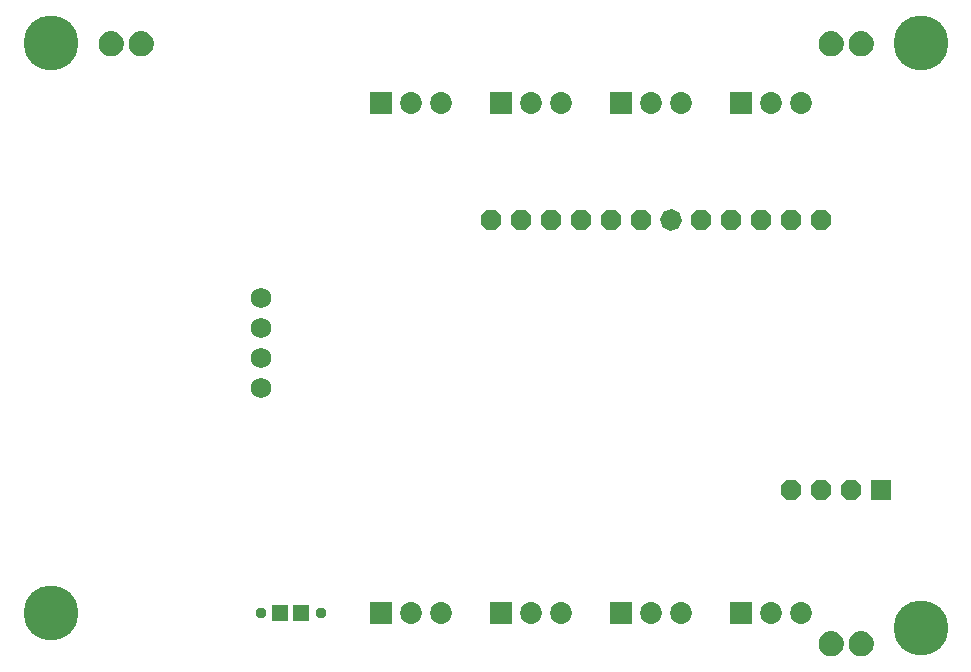
<source format=gbr>
G04 EAGLE Gerber RS-274X export*
G75*
%MOMM*%
%FSLAX34Y34*%
%LPD*%
%INSoldermask Top*%
%IPPOS*%
%AMOC8*
5,1,8,0,0,1.08239X$1,22.5*%
G01*
%ADD10C,1.733200*%
%ADD11R,1.854200X1.854200*%
%ADD12C,1.854200*%
%ADD13P,1.869504X8X202.500000*%
%ADD14R,1.727200X1.727200*%
%ADD15P,1.869504X8X356.700000*%
%ADD16C,0.609600*%
%ADD17C,1.219200*%
%ADD18C,4.648200*%
%ADD19R,1.346200X1.473200*%
%ADD20C,0.959600*%


D10*
X508000Y571500D03*
X508000Y546100D03*
X508000Y520700D03*
X508000Y596900D03*
D11*
X914400Y762000D03*
D12*
X939800Y762000D03*
X965200Y762000D03*
D11*
X812800Y762000D03*
D12*
X838200Y762000D03*
X863600Y762000D03*
D11*
X711200Y762000D03*
D12*
X736600Y762000D03*
X762000Y762000D03*
D11*
X609600Y762000D03*
D12*
X635000Y762000D03*
X660400Y762000D03*
D13*
X982300Y663200D03*
X956900Y663200D03*
X931500Y663200D03*
X906100Y663200D03*
X702900Y663200D03*
X728300Y663200D03*
D14*
X1033100Y434600D03*
D13*
X1007700Y434600D03*
X779100Y663200D03*
X753700Y663200D03*
X829900Y663200D03*
X804500Y663200D03*
X982300Y434600D03*
X956900Y434600D03*
X880700Y663200D03*
D15*
X855300Y663200D03*
D11*
X711200Y330200D03*
D12*
X736600Y330200D03*
X762000Y330200D03*
D11*
X609600Y330200D03*
D12*
X635000Y330200D03*
X660400Y330200D03*
D11*
X914400Y330200D03*
D12*
X939800Y330200D03*
X965200Y330200D03*
D11*
X812800Y330200D03*
D12*
X838200Y330200D03*
X863600Y330200D03*
D16*
X982980Y812800D02*
X982982Y812987D01*
X982989Y813174D01*
X983001Y813361D01*
X983017Y813547D01*
X983037Y813733D01*
X983062Y813918D01*
X983092Y814103D01*
X983126Y814287D01*
X983165Y814470D01*
X983208Y814652D01*
X983256Y814832D01*
X983308Y815012D01*
X983365Y815190D01*
X983425Y815367D01*
X983491Y815542D01*
X983560Y815716D01*
X983634Y815888D01*
X983712Y816058D01*
X983794Y816226D01*
X983880Y816392D01*
X983970Y816556D01*
X984064Y816717D01*
X984162Y816877D01*
X984264Y817033D01*
X984370Y817188D01*
X984480Y817339D01*
X984593Y817488D01*
X984710Y817634D01*
X984830Y817777D01*
X984954Y817917D01*
X985081Y818054D01*
X985212Y818188D01*
X985346Y818319D01*
X985483Y818446D01*
X985623Y818570D01*
X985766Y818690D01*
X985912Y818807D01*
X986061Y818920D01*
X986212Y819030D01*
X986367Y819136D01*
X986523Y819238D01*
X986683Y819336D01*
X986844Y819430D01*
X987008Y819520D01*
X987174Y819606D01*
X987342Y819688D01*
X987512Y819766D01*
X987684Y819840D01*
X987858Y819909D01*
X988033Y819975D01*
X988210Y820035D01*
X988388Y820092D01*
X988568Y820144D01*
X988748Y820192D01*
X988930Y820235D01*
X989113Y820274D01*
X989297Y820308D01*
X989482Y820338D01*
X989667Y820363D01*
X989853Y820383D01*
X990039Y820399D01*
X990226Y820411D01*
X990413Y820418D01*
X990600Y820420D01*
X990787Y820418D01*
X990974Y820411D01*
X991161Y820399D01*
X991347Y820383D01*
X991533Y820363D01*
X991718Y820338D01*
X991903Y820308D01*
X992087Y820274D01*
X992270Y820235D01*
X992452Y820192D01*
X992632Y820144D01*
X992812Y820092D01*
X992990Y820035D01*
X993167Y819975D01*
X993342Y819909D01*
X993516Y819840D01*
X993688Y819766D01*
X993858Y819688D01*
X994026Y819606D01*
X994192Y819520D01*
X994356Y819430D01*
X994517Y819336D01*
X994677Y819238D01*
X994833Y819136D01*
X994988Y819030D01*
X995139Y818920D01*
X995288Y818807D01*
X995434Y818690D01*
X995577Y818570D01*
X995717Y818446D01*
X995854Y818319D01*
X995988Y818188D01*
X996119Y818054D01*
X996246Y817917D01*
X996370Y817777D01*
X996490Y817634D01*
X996607Y817488D01*
X996720Y817339D01*
X996830Y817188D01*
X996936Y817033D01*
X997038Y816877D01*
X997136Y816717D01*
X997230Y816556D01*
X997320Y816392D01*
X997406Y816226D01*
X997488Y816058D01*
X997566Y815888D01*
X997640Y815716D01*
X997709Y815542D01*
X997775Y815367D01*
X997835Y815190D01*
X997892Y815012D01*
X997944Y814832D01*
X997992Y814652D01*
X998035Y814470D01*
X998074Y814287D01*
X998108Y814103D01*
X998138Y813918D01*
X998163Y813733D01*
X998183Y813547D01*
X998199Y813361D01*
X998211Y813174D01*
X998218Y812987D01*
X998220Y812800D01*
X998218Y812613D01*
X998211Y812426D01*
X998199Y812239D01*
X998183Y812053D01*
X998163Y811867D01*
X998138Y811682D01*
X998108Y811497D01*
X998074Y811313D01*
X998035Y811130D01*
X997992Y810948D01*
X997944Y810768D01*
X997892Y810588D01*
X997835Y810410D01*
X997775Y810233D01*
X997709Y810058D01*
X997640Y809884D01*
X997566Y809712D01*
X997488Y809542D01*
X997406Y809374D01*
X997320Y809208D01*
X997230Y809044D01*
X997136Y808883D01*
X997038Y808723D01*
X996936Y808567D01*
X996830Y808412D01*
X996720Y808261D01*
X996607Y808112D01*
X996490Y807966D01*
X996370Y807823D01*
X996246Y807683D01*
X996119Y807546D01*
X995988Y807412D01*
X995854Y807281D01*
X995717Y807154D01*
X995577Y807030D01*
X995434Y806910D01*
X995288Y806793D01*
X995139Y806680D01*
X994988Y806570D01*
X994833Y806464D01*
X994677Y806362D01*
X994517Y806264D01*
X994356Y806170D01*
X994192Y806080D01*
X994026Y805994D01*
X993858Y805912D01*
X993688Y805834D01*
X993516Y805760D01*
X993342Y805691D01*
X993167Y805625D01*
X992990Y805565D01*
X992812Y805508D01*
X992632Y805456D01*
X992452Y805408D01*
X992270Y805365D01*
X992087Y805326D01*
X991903Y805292D01*
X991718Y805262D01*
X991533Y805237D01*
X991347Y805217D01*
X991161Y805201D01*
X990974Y805189D01*
X990787Y805182D01*
X990600Y805180D01*
X990413Y805182D01*
X990226Y805189D01*
X990039Y805201D01*
X989853Y805217D01*
X989667Y805237D01*
X989482Y805262D01*
X989297Y805292D01*
X989113Y805326D01*
X988930Y805365D01*
X988748Y805408D01*
X988568Y805456D01*
X988388Y805508D01*
X988210Y805565D01*
X988033Y805625D01*
X987858Y805691D01*
X987684Y805760D01*
X987512Y805834D01*
X987342Y805912D01*
X987174Y805994D01*
X987008Y806080D01*
X986844Y806170D01*
X986683Y806264D01*
X986523Y806362D01*
X986367Y806464D01*
X986212Y806570D01*
X986061Y806680D01*
X985912Y806793D01*
X985766Y806910D01*
X985623Y807030D01*
X985483Y807154D01*
X985346Y807281D01*
X985212Y807412D01*
X985081Y807546D01*
X984954Y807683D01*
X984830Y807823D01*
X984710Y807966D01*
X984593Y808112D01*
X984480Y808261D01*
X984370Y808412D01*
X984264Y808567D01*
X984162Y808723D01*
X984064Y808883D01*
X983970Y809044D01*
X983880Y809208D01*
X983794Y809374D01*
X983712Y809542D01*
X983634Y809712D01*
X983560Y809884D01*
X983491Y810058D01*
X983425Y810233D01*
X983365Y810410D01*
X983308Y810588D01*
X983256Y810768D01*
X983208Y810948D01*
X983165Y811130D01*
X983126Y811313D01*
X983092Y811497D01*
X983062Y811682D01*
X983037Y811867D01*
X983017Y812053D01*
X983001Y812239D01*
X982989Y812426D01*
X982982Y812613D01*
X982980Y812800D01*
D17*
X990600Y812800D03*
D16*
X982980Y304800D02*
X982982Y304987D01*
X982989Y305174D01*
X983001Y305361D01*
X983017Y305547D01*
X983037Y305733D01*
X983062Y305918D01*
X983092Y306103D01*
X983126Y306287D01*
X983165Y306470D01*
X983208Y306652D01*
X983256Y306832D01*
X983308Y307012D01*
X983365Y307190D01*
X983425Y307367D01*
X983491Y307542D01*
X983560Y307716D01*
X983634Y307888D01*
X983712Y308058D01*
X983794Y308226D01*
X983880Y308392D01*
X983970Y308556D01*
X984064Y308717D01*
X984162Y308877D01*
X984264Y309033D01*
X984370Y309188D01*
X984480Y309339D01*
X984593Y309488D01*
X984710Y309634D01*
X984830Y309777D01*
X984954Y309917D01*
X985081Y310054D01*
X985212Y310188D01*
X985346Y310319D01*
X985483Y310446D01*
X985623Y310570D01*
X985766Y310690D01*
X985912Y310807D01*
X986061Y310920D01*
X986212Y311030D01*
X986367Y311136D01*
X986523Y311238D01*
X986683Y311336D01*
X986844Y311430D01*
X987008Y311520D01*
X987174Y311606D01*
X987342Y311688D01*
X987512Y311766D01*
X987684Y311840D01*
X987858Y311909D01*
X988033Y311975D01*
X988210Y312035D01*
X988388Y312092D01*
X988568Y312144D01*
X988748Y312192D01*
X988930Y312235D01*
X989113Y312274D01*
X989297Y312308D01*
X989482Y312338D01*
X989667Y312363D01*
X989853Y312383D01*
X990039Y312399D01*
X990226Y312411D01*
X990413Y312418D01*
X990600Y312420D01*
X990787Y312418D01*
X990974Y312411D01*
X991161Y312399D01*
X991347Y312383D01*
X991533Y312363D01*
X991718Y312338D01*
X991903Y312308D01*
X992087Y312274D01*
X992270Y312235D01*
X992452Y312192D01*
X992632Y312144D01*
X992812Y312092D01*
X992990Y312035D01*
X993167Y311975D01*
X993342Y311909D01*
X993516Y311840D01*
X993688Y311766D01*
X993858Y311688D01*
X994026Y311606D01*
X994192Y311520D01*
X994356Y311430D01*
X994517Y311336D01*
X994677Y311238D01*
X994833Y311136D01*
X994988Y311030D01*
X995139Y310920D01*
X995288Y310807D01*
X995434Y310690D01*
X995577Y310570D01*
X995717Y310446D01*
X995854Y310319D01*
X995988Y310188D01*
X996119Y310054D01*
X996246Y309917D01*
X996370Y309777D01*
X996490Y309634D01*
X996607Y309488D01*
X996720Y309339D01*
X996830Y309188D01*
X996936Y309033D01*
X997038Y308877D01*
X997136Y308717D01*
X997230Y308556D01*
X997320Y308392D01*
X997406Y308226D01*
X997488Y308058D01*
X997566Y307888D01*
X997640Y307716D01*
X997709Y307542D01*
X997775Y307367D01*
X997835Y307190D01*
X997892Y307012D01*
X997944Y306832D01*
X997992Y306652D01*
X998035Y306470D01*
X998074Y306287D01*
X998108Y306103D01*
X998138Y305918D01*
X998163Y305733D01*
X998183Y305547D01*
X998199Y305361D01*
X998211Y305174D01*
X998218Y304987D01*
X998220Y304800D01*
X998218Y304613D01*
X998211Y304426D01*
X998199Y304239D01*
X998183Y304053D01*
X998163Y303867D01*
X998138Y303682D01*
X998108Y303497D01*
X998074Y303313D01*
X998035Y303130D01*
X997992Y302948D01*
X997944Y302768D01*
X997892Y302588D01*
X997835Y302410D01*
X997775Y302233D01*
X997709Y302058D01*
X997640Y301884D01*
X997566Y301712D01*
X997488Y301542D01*
X997406Y301374D01*
X997320Y301208D01*
X997230Y301044D01*
X997136Y300883D01*
X997038Y300723D01*
X996936Y300567D01*
X996830Y300412D01*
X996720Y300261D01*
X996607Y300112D01*
X996490Y299966D01*
X996370Y299823D01*
X996246Y299683D01*
X996119Y299546D01*
X995988Y299412D01*
X995854Y299281D01*
X995717Y299154D01*
X995577Y299030D01*
X995434Y298910D01*
X995288Y298793D01*
X995139Y298680D01*
X994988Y298570D01*
X994833Y298464D01*
X994677Y298362D01*
X994517Y298264D01*
X994356Y298170D01*
X994192Y298080D01*
X994026Y297994D01*
X993858Y297912D01*
X993688Y297834D01*
X993516Y297760D01*
X993342Y297691D01*
X993167Y297625D01*
X992990Y297565D01*
X992812Y297508D01*
X992632Y297456D01*
X992452Y297408D01*
X992270Y297365D01*
X992087Y297326D01*
X991903Y297292D01*
X991718Y297262D01*
X991533Y297237D01*
X991347Y297217D01*
X991161Y297201D01*
X990974Y297189D01*
X990787Y297182D01*
X990600Y297180D01*
X990413Y297182D01*
X990226Y297189D01*
X990039Y297201D01*
X989853Y297217D01*
X989667Y297237D01*
X989482Y297262D01*
X989297Y297292D01*
X989113Y297326D01*
X988930Y297365D01*
X988748Y297408D01*
X988568Y297456D01*
X988388Y297508D01*
X988210Y297565D01*
X988033Y297625D01*
X987858Y297691D01*
X987684Y297760D01*
X987512Y297834D01*
X987342Y297912D01*
X987174Y297994D01*
X987008Y298080D01*
X986844Y298170D01*
X986683Y298264D01*
X986523Y298362D01*
X986367Y298464D01*
X986212Y298570D01*
X986061Y298680D01*
X985912Y298793D01*
X985766Y298910D01*
X985623Y299030D01*
X985483Y299154D01*
X985346Y299281D01*
X985212Y299412D01*
X985081Y299546D01*
X984954Y299683D01*
X984830Y299823D01*
X984710Y299966D01*
X984593Y300112D01*
X984480Y300261D01*
X984370Y300412D01*
X984264Y300567D01*
X984162Y300723D01*
X984064Y300883D01*
X983970Y301044D01*
X983880Y301208D01*
X983794Y301374D01*
X983712Y301542D01*
X983634Y301712D01*
X983560Y301884D01*
X983491Y302058D01*
X983425Y302233D01*
X983365Y302410D01*
X983308Y302588D01*
X983256Y302768D01*
X983208Y302948D01*
X983165Y303130D01*
X983126Y303313D01*
X983092Y303497D01*
X983062Y303682D01*
X983037Y303867D01*
X983017Y304053D01*
X983001Y304239D01*
X982989Y304426D01*
X982982Y304613D01*
X982980Y304800D01*
D17*
X990600Y304800D03*
D16*
X1008380Y304800D02*
X1008382Y304987D01*
X1008389Y305174D01*
X1008401Y305361D01*
X1008417Y305547D01*
X1008437Y305733D01*
X1008462Y305918D01*
X1008492Y306103D01*
X1008526Y306287D01*
X1008565Y306470D01*
X1008608Y306652D01*
X1008656Y306832D01*
X1008708Y307012D01*
X1008765Y307190D01*
X1008825Y307367D01*
X1008891Y307542D01*
X1008960Y307716D01*
X1009034Y307888D01*
X1009112Y308058D01*
X1009194Y308226D01*
X1009280Y308392D01*
X1009370Y308556D01*
X1009464Y308717D01*
X1009562Y308877D01*
X1009664Y309033D01*
X1009770Y309188D01*
X1009880Y309339D01*
X1009993Y309488D01*
X1010110Y309634D01*
X1010230Y309777D01*
X1010354Y309917D01*
X1010481Y310054D01*
X1010612Y310188D01*
X1010746Y310319D01*
X1010883Y310446D01*
X1011023Y310570D01*
X1011166Y310690D01*
X1011312Y310807D01*
X1011461Y310920D01*
X1011612Y311030D01*
X1011767Y311136D01*
X1011923Y311238D01*
X1012083Y311336D01*
X1012244Y311430D01*
X1012408Y311520D01*
X1012574Y311606D01*
X1012742Y311688D01*
X1012912Y311766D01*
X1013084Y311840D01*
X1013258Y311909D01*
X1013433Y311975D01*
X1013610Y312035D01*
X1013788Y312092D01*
X1013968Y312144D01*
X1014148Y312192D01*
X1014330Y312235D01*
X1014513Y312274D01*
X1014697Y312308D01*
X1014882Y312338D01*
X1015067Y312363D01*
X1015253Y312383D01*
X1015439Y312399D01*
X1015626Y312411D01*
X1015813Y312418D01*
X1016000Y312420D01*
X1016187Y312418D01*
X1016374Y312411D01*
X1016561Y312399D01*
X1016747Y312383D01*
X1016933Y312363D01*
X1017118Y312338D01*
X1017303Y312308D01*
X1017487Y312274D01*
X1017670Y312235D01*
X1017852Y312192D01*
X1018032Y312144D01*
X1018212Y312092D01*
X1018390Y312035D01*
X1018567Y311975D01*
X1018742Y311909D01*
X1018916Y311840D01*
X1019088Y311766D01*
X1019258Y311688D01*
X1019426Y311606D01*
X1019592Y311520D01*
X1019756Y311430D01*
X1019917Y311336D01*
X1020077Y311238D01*
X1020233Y311136D01*
X1020388Y311030D01*
X1020539Y310920D01*
X1020688Y310807D01*
X1020834Y310690D01*
X1020977Y310570D01*
X1021117Y310446D01*
X1021254Y310319D01*
X1021388Y310188D01*
X1021519Y310054D01*
X1021646Y309917D01*
X1021770Y309777D01*
X1021890Y309634D01*
X1022007Y309488D01*
X1022120Y309339D01*
X1022230Y309188D01*
X1022336Y309033D01*
X1022438Y308877D01*
X1022536Y308717D01*
X1022630Y308556D01*
X1022720Y308392D01*
X1022806Y308226D01*
X1022888Y308058D01*
X1022966Y307888D01*
X1023040Y307716D01*
X1023109Y307542D01*
X1023175Y307367D01*
X1023235Y307190D01*
X1023292Y307012D01*
X1023344Y306832D01*
X1023392Y306652D01*
X1023435Y306470D01*
X1023474Y306287D01*
X1023508Y306103D01*
X1023538Y305918D01*
X1023563Y305733D01*
X1023583Y305547D01*
X1023599Y305361D01*
X1023611Y305174D01*
X1023618Y304987D01*
X1023620Y304800D01*
X1023618Y304613D01*
X1023611Y304426D01*
X1023599Y304239D01*
X1023583Y304053D01*
X1023563Y303867D01*
X1023538Y303682D01*
X1023508Y303497D01*
X1023474Y303313D01*
X1023435Y303130D01*
X1023392Y302948D01*
X1023344Y302768D01*
X1023292Y302588D01*
X1023235Y302410D01*
X1023175Y302233D01*
X1023109Y302058D01*
X1023040Y301884D01*
X1022966Y301712D01*
X1022888Y301542D01*
X1022806Y301374D01*
X1022720Y301208D01*
X1022630Y301044D01*
X1022536Y300883D01*
X1022438Y300723D01*
X1022336Y300567D01*
X1022230Y300412D01*
X1022120Y300261D01*
X1022007Y300112D01*
X1021890Y299966D01*
X1021770Y299823D01*
X1021646Y299683D01*
X1021519Y299546D01*
X1021388Y299412D01*
X1021254Y299281D01*
X1021117Y299154D01*
X1020977Y299030D01*
X1020834Y298910D01*
X1020688Y298793D01*
X1020539Y298680D01*
X1020388Y298570D01*
X1020233Y298464D01*
X1020077Y298362D01*
X1019917Y298264D01*
X1019756Y298170D01*
X1019592Y298080D01*
X1019426Y297994D01*
X1019258Y297912D01*
X1019088Y297834D01*
X1018916Y297760D01*
X1018742Y297691D01*
X1018567Y297625D01*
X1018390Y297565D01*
X1018212Y297508D01*
X1018032Y297456D01*
X1017852Y297408D01*
X1017670Y297365D01*
X1017487Y297326D01*
X1017303Y297292D01*
X1017118Y297262D01*
X1016933Y297237D01*
X1016747Y297217D01*
X1016561Y297201D01*
X1016374Y297189D01*
X1016187Y297182D01*
X1016000Y297180D01*
X1015813Y297182D01*
X1015626Y297189D01*
X1015439Y297201D01*
X1015253Y297217D01*
X1015067Y297237D01*
X1014882Y297262D01*
X1014697Y297292D01*
X1014513Y297326D01*
X1014330Y297365D01*
X1014148Y297408D01*
X1013968Y297456D01*
X1013788Y297508D01*
X1013610Y297565D01*
X1013433Y297625D01*
X1013258Y297691D01*
X1013084Y297760D01*
X1012912Y297834D01*
X1012742Y297912D01*
X1012574Y297994D01*
X1012408Y298080D01*
X1012244Y298170D01*
X1012083Y298264D01*
X1011923Y298362D01*
X1011767Y298464D01*
X1011612Y298570D01*
X1011461Y298680D01*
X1011312Y298793D01*
X1011166Y298910D01*
X1011023Y299030D01*
X1010883Y299154D01*
X1010746Y299281D01*
X1010612Y299412D01*
X1010481Y299546D01*
X1010354Y299683D01*
X1010230Y299823D01*
X1010110Y299966D01*
X1009993Y300112D01*
X1009880Y300261D01*
X1009770Y300412D01*
X1009664Y300567D01*
X1009562Y300723D01*
X1009464Y300883D01*
X1009370Y301044D01*
X1009280Y301208D01*
X1009194Y301374D01*
X1009112Y301542D01*
X1009034Y301712D01*
X1008960Y301884D01*
X1008891Y302058D01*
X1008825Y302233D01*
X1008765Y302410D01*
X1008708Y302588D01*
X1008656Y302768D01*
X1008608Y302948D01*
X1008565Y303130D01*
X1008526Y303313D01*
X1008492Y303497D01*
X1008462Y303682D01*
X1008437Y303867D01*
X1008417Y304053D01*
X1008401Y304239D01*
X1008389Y304426D01*
X1008382Y304613D01*
X1008380Y304800D01*
D17*
X1016000Y304800D03*
D16*
X398780Y812800D02*
X398782Y812987D01*
X398789Y813174D01*
X398801Y813361D01*
X398817Y813547D01*
X398837Y813733D01*
X398862Y813918D01*
X398892Y814103D01*
X398926Y814287D01*
X398965Y814470D01*
X399008Y814652D01*
X399056Y814832D01*
X399108Y815012D01*
X399165Y815190D01*
X399225Y815367D01*
X399291Y815542D01*
X399360Y815716D01*
X399434Y815888D01*
X399512Y816058D01*
X399594Y816226D01*
X399680Y816392D01*
X399770Y816556D01*
X399864Y816717D01*
X399962Y816877D01*
X400064Y817033D01*
X400170Y817188D01*
X400280Y817339D01*
X400393Y817488D01*
X400510Y817634D01*
X400630Y817777D01*
X400754Y817917D01*
X400881Y818054D01*
X401012Y818188D01*
X401146Y818319D01*
X401283Y818446D01*
X401423Y818570D01*
X401566Y818690D01*
X401712Y818807D01*
X401861Y818920D01*
X402012Y819030D01*
X402167Y819136D01*
X402323Y819238D01*
X402483Y819336D01*
X402644Y819430D01*
X402808Y819520D01*
X402974Y819606D01*
X403142Y819688D01*
X403312Y819766D01*
X403484Y819840D01*
X403658Y819909D01*
X403833Y819975D01*
X404010Y820035D01*
X404188Y820092D01*
X404368Y820144D01*
X404548Y820192D01*
X404730Y820235D01*
X404913Y820274D01*
X405097Y820308D01*
X405282Y820338D01*
X405467Y820363D01*
X405653Y820383D01*
X405839Y820399D01*
X406026Y820411D01*
X406213Y820418D01*
X406400Y820420D01*
X406587Y820418D01*
X406774Y820411D01*
X406961Y820399D01*
X407147Y820383D01*
X407333Y820363D01*
X407518Y820338D01*
X407703Y820308D01*
X407887Y820274D01*
X408070Y820235D01*
X408252Y820192D01*
X408432Y820144D01*
X408612Y820092D01*
X408790Y820035D01*
X408967Y819975D01*
X409142Y819909D01*
X409316Y819840D01*
X409488Y819766D01*
X409658Y819688D01*
X409826Y819606D01*
X409992Y819520D01*
X410156Y819430D01*
X410317Y819336D01*
X410477Y819238D01*
X410633Y819136D01*
X410788Y819030D01*
X410939Y818920D01*
X411088Y818807D01*
X411234Y818690D01*
X411377Y818570D01*
X411517Y818446D01*
X411654Y818319D01*
X411788Y818188D01*
X411919Y818054D01*
X412046Y817917D01*
X412170Y817777D01*
X412290Y817634D01*
X412407Y817488D01*
X412520Y817339D01*
X412630Y817188D01*
X412736Y817033D01*
X412838Y816877D01*
X412936Y816717D01*
X413030Y816556D01*
X413120Y816392D01*
X413206Y816226D01*
X413288Y816058D01*
X413366Y815888D01*
X413440Y815716D01*
X413509Y815542D01*
X413575Y815367D01*
X413635Y815190D01*
X413692Y815012D01*
X413744Y814832D01*
X413792Y814652D01*
X413835Y814470D01*
X413874Y814287D01*
X413908Y814103D01*
X413938Y813918D01*
X413963Y813733D01*
X413983Y813547D01*
X413999Y813361D01*
X414011Y813174D01*
X414018Y812987D01*
X414020Y812800D01*
X414018Y812613D01*
X414011Y812426D01*
X413999Y812239D01*
X413983Y812053D01*
X413963Y811867D01*
X413938Y811682D01*
X413908Y811497D01*
X413874Y811313D01*
X413835Y811130D01*
X413792Y810948D01*
X413744Y810768D01*
X413692Y810588D01*
X413635Y810410D01*
X413575Y810233D01*
X413509Y810058D01*
X413440Y809884D01*
X413366Y809712D01*
X413288Y809542D01*
X413206Y809374D01*
X413120Y809208D01*
X413030Y809044D01*
X412936Y808883D01*
X412838Y808723D01*
X412736Y808567D01*
X412630Y808412D01*
X412520Y808261D01*
X412407Y808112D01*
X412290Y807966D01*
X412170Y807823D01*
X412046Y807683D01*
X411919Y807546D01*
X411788Y807412D01*
X411654Y807281D01*
X411517Y807154D01*
X411377Y807030D01*
X411234Y806910D01*
X411088Y806793D01*
X410939Y806680D01*
X410788Y806570D01*
X410633Y806464D01*
X410477Y806362D01*
X410317Y806264D01*
X410156Y806170D01*
X409992Y806080D01*
X409826Y805994D01*
X409658Y805912D01*
X409488Y805834D01*
X409316Y805760D01*
X409142Y805691D01*
X408967Y805625D01*
X408790Y805565D01*
X408612Y805508D01*
X408432Y805456D01*
X408252Y805408D01*
X408070Y805365D01*
X407887Y805326D01*
X407703Y805292D01*
X407518Y805262D01*
X407333Y805237D01*
X407147Y805217D01*
X406961Y805201D01*
X406774Y805189D01*
X406587Y805182D01*
X406400Y805180D01*
X406213Y805182D01*
X406026Y805189D01*
X405839Y805201D01*
X405653Y805217D01*
X405467Y805237D01*
X405282Y805262D01*
X405097Y805292D01*
X404913Y805326D01*
X404730Y805365D01*
X404548Y805408D01*
X404368Y805456D01*
X404188Y805508D01*
X404010Y805565D01*
X403833Y805625D01*
X403658Y805691D01*
X403484Y805760D01*
X403312Y805834D01*
X403142Y805912D01*
X402974Y805994D01*
X402808Y806080D01*
X402644Y806170D01*
X402483Y806264D01*
X402323Y806362D01*
X402167Y806464D01*
X402012Y806570D01*
X401861Y806680D01*
X401712Y806793D01*
X401566Y806910D01*
X401423Y807030D01*
X401283Y807154D01*
X401146Y807281D01*
X401012Y807412D01*
X400881Y807546D01*
X400754Y807683D01*
X400630Y807823D01*
X400510Y807966D01*
X400393Y808112D01*
X400280Y808261D01*
X400170Y808412D01*
X400064Y808567D01*
X399962Y808723D01*
X399864Y808883D01*
X399770Y809044D01*
X399680Y809208D01*
X399594Y809374D01*
X399512Y809542D01*
X399434Y809712D01*
X399360Y809884D01*
X399291Y810058D01*
X399225Y810233D01*
X399165Y810410D01*
X399108Y810588D01*
X399056Y810768D01*
X399008Y810948D01*
X398965Y811130D01*
X398926Y811313D01*
X398892Y811497D01*
X398862Y811682D01*
X398837Y811867D01*
X398817Y812053D01*
X398801Y812239D01*
X398789Y812426D01*
X398782Y812613D01*
X398780Y812800D01*
D17*
X406400Y812800D03*
D16*
X1008380Y812800D02*
X1008382Y812987D01*
X1008389Y813174D01*
X1008401Y813361D01*
X1008417Y813547D01*
X1008437Y813733D01*
X1008462Y813918D01*
X1008492Y814103D01*
X1008526Y814287D01*
X1008565Y814470D01*
X1008608Y814652D01*
X1008656Y814832D01*
X1008708Y815012D01*
X1008765Y815190D01*
X1008825Y815367D01*
X1008891Y815542D01*
X1008960Y815716D01*
X1009034Y815888D01*
X1009112Y816058D01*
X1009194Y816226D01*
X1009280Y816392D01*
X1009370Y816556D01*
X1009464Y816717D01*
X1009562Y816877D01*
X1009664Y817033D01*
X1009770Y817188D01*
X1009880Y817339D01*
X1009993Y817488D01*
X1010110Y817634D01*
X1010230Y817777D01*
X1010354Y817917D01*
X1010481Y818054D01*
X1010612Y818188D01*
X1010746Y818319D01*
X1010883Y818446D01*
X1011023Y818570D01*
X1011166Y818690D01*
X1011312Y818807D01*
X1011461Y818920D01*
X1011612Y819030D01*
X1011767Y819136D01*
X1011923Y819238D01*
X1012083Y819336D01*
X1012244Y819430D01*
X1012408Y819520D01*
X1012574Y819606D01*
X1012742Y819688D01*
X1012912Y819766D01*
X1013084Y819840D01*
X1013258Y819909D01*
X1013433Y819975D01*
X1013610Y820035D01*
X1013788Y820092D01*
X1013968Y820144D01*
X1014148Y820192D01*
X1014330Y820235D01*
X1014513Y820274D01*
X1014697Y820308D01*
X1014882Y820338D01*
X1015067Y820363D01*
X1015253Y820383D01*
X1015439Y820399D01*
X1015626Y820411D01*
X1015813Y820418D01*
X1016000Y820420D01*
X1016187Y820418D01*
X1016374Y820411D01*
X1016561Y820399D01*
X1016747Y820383D01*
X1016933Y820363D01*
X1017118Y820338D01*
X1017303Y820308D01*
X1017487Y820274D01*
X1017670Y820235D01*
X1017852Y820192D01*
X1018032Y820144D01*
X1018212Y820092D01*
X1018390Y820035D01*
X1018567Y819975D01*
X1018742Y819909D01*
X1018916Y819840D01*
X1019088Y819766D01*
X1019258Y819688D01*
X1019426Y819606D01*
X1019592Y819520D01*
X1019756Y819430D01*
X1019917Y819336D01*
X1020077Y819238D01*
X1020233Y819136D01*
X1020388Y819030D01*
X1020539Y818920D01*
X1020688Y818807D01*
X1020834Y818690D01*
X1020977Y818570D01*
X1021117Y818446D01*
X1021254Y818319D01*
X1021388Y818188D01*
X1021519Y818054D01*
X1021646Y817917D01*
X1021770Y817777D01*
X1021890Y817634D01*
X1022007Y817488D01*
X1022120Y817339D01*
X1022230Y817188D01*
X1022336Y817033D01*
X1022438Y816877D01*
X1022536Y816717D01*
X1022630Y816556D01*
X1022720Y816392D01*
X1022806Y816226D01*
X1022888Y816058D01*
X1022966Y815888D01*
X1023040Y815716D01*
X1023109Y815542D01*
X1023175Y815367D01*
X1023235Y815190D01*
X1023292Y815012D01*
X1023344Y814832D01*
X1023392Y814652D01*
X1023435Y814470D01*
X1023474Y814287D01*
X1023508Y814103D01*
X1023538Y813918D01*
X1023563Y813733D01*
X1023583Y813547D01*
X1023599Y813361D01*
X1023611Y813174D01*
X1023618Y812987D01*
X1023620Y812800D01*
X1023618Y812613D01*
X1023611Y812426D01*
X1023599Y812239D01*
X1023583Y812053D01*
X1023563Y811867D01*
X1023538Y811682D01*
X1023508Y811497D01*
X1023474Y811313D01*
X1023435Y811130D01*
X1023392Y810948D01*
X1023344Y810768D01*
X1023292Y810588D01*
X1023235Y810410D01*
X1023175Y810233D01*
X1023109Y810058D01*
X1023040Y809884D01*
X1022966Y809712D01*
X1022888Y809542D01*
X1022806Y809374D01*
X1022720Y809208D01*
X1022630Y809044D01*
X1022536Y808883D01*
X1022438Y808723D01*
X1022336Y808567D01*
X1022230Y808412D01*
X1022120Y808261D01*
X1022007Y808112D01*
X1021890Y807966D01*
X1021770Y807823D01*
X1021646Y807683D01*
X1021519Y807546D01*
X1021388Y807412D01*
X1021254Y807281D01*
X1021117Y807154D01*
X1020977Y807030D01*
X1020834Y806910D01*
X1020688Y806793D01*
X1020539Y806680D01*
X1020388Y806570D01*
X1020233Y806464D01*
X1020077Y806362D01*
X1019917Y806264D01*
X1019756Y806170D01*
X1019592Y806080D01*
X1019426Y805994D01*
X1019258Y805912D01*
X1019088Y805834D01*
X1018916Y805760D01*
X1018742Y805691D01*
X1018567Y805625D01*
X1018390Y805565D01*
X1018212Y805508D01*
X1018032Y805456D01*
X1017852Y805408D01*
X1017670Y805365D01*
X1017487Y805326D01*
X1017303Y805292D01*
X1017118Y805262D01*
X1016933Y805237D01*
X1016747Y805217D01*
X1016561Y805201D01*
X1016374Y805189D01*
X1016187Y805182D01*
X1016000Y805180D01*
X1015813Y805182D01*
X1015626Y805189D01*
X1015439Y805201D01*
X1015253Y805217D01*
X1015067Y805237D01*
X1014882Y805262D01*
X1014697Y805292D01*
X1014513Y805326D01*
X1014330Y805365D01*
X1014148Y805408D01*
X1013968Y805456D01*
X1013788Y805508D01*
X1013610Y805565D01*
X1013433Y805625D01*
X1013258Y805691D01*
X1013084Y805760D01*
X1012912Y805834D01*
X1012742Y805912D01*
X1012574Y805994D01*
X1012408Y806080D01*
X1012244Y806170D01*
X1012083Y806264D01*
X1011923Y806362D01*
X1011767Y806464D01*
X1011612Y806570D01*
X1011461Y806680D01*
X1011312Y806793D01*
X1011166Y806910D01*
X1011023Y807030D01*
X1010883Y807154D01*
X1010746Y807281D01*
X1010612Y807412D01*
X1010481Y807546D01*
X1010354Y807683D01*
X1010230Y807823D01*
X1010110Y807966D01*
X1009993Y808112D01*
X1009880Y808261D01*
X1009770Y808412D01*
X1009664Y808567D01*
X1009562Y808723D01*
X1009464Y808883D01*
X1009370Y809044D01*
X1009280Y809208D01*
X1009194Y809374D01*
X1009112Y809542D01*
X1009034Y809712D01*
X1008960Y809884D01*
X1008891Y810058D01*
X1008825Y810233D01*
X1008765Y810410D01*
X1008708Y810588D01*
X1008656Y810768D01*
X1008608Y810948D01*
X1008565Y811130D01*
X1008526Y811313D01*
X1008492Y811497D01*
X1008462Y811682D01*
X1008437Y811867D01*
X1008417Y812053D01*
X1008401Y812239D01*
X1008389Y812426D01*
X1008382Y812613D01*
X1008380Y812800D01*
D17*
X1016000Y812800D03*
D16*
X373380Y812800D02*
X373382Y812987D01*
X373389Y813174D01*
X373401Y813361D01*
X373417Y813547D01*
X373437Y813733D01*
X373462Y813918D01*
X373492Y814103D01*
X373526Y814287D01*
X373565Y814470D01*
X373608Y814652D01*
X373656Y814832D01*
X373708Y815012D01*
X373765Y815190D01*
X373825Y815367D01*
X373891Y815542D01*
X373960Y815716D01*
X374034Y815888D01*
X374112Y816058D01*
X374194Y816226D01*
X374280Y816392D01*
X374370Y816556D01*
X374464Y816717D01*
X374562Y816877D01*
X374664Y817033D01*
X374770Y817188D01*
X374880Y817339D01*
X374993Y817488D01*
X375110Y817634D01*
X375230Y817777D01*
X375354Y817917D01*
X375481Y818054D01*
X375612Y818188D01*
X375746Y818319D01*
X375883Y818446D01*
X376023Y818570D01*
X376166Y818690D01*
X376312Y818807D01*
X376461Y818920D01*
X376612Y819030D01*
X376767Y819136D01*
X376923Y819238D01*
X377083Y819336D01*
X377244Y819430D01*
X377408Y819520D01*
X377574Y819606D01*
X377742Y819688D01*
X377912Y819766D01*
X378084Y819840D01*
X378258Y819909D01*
X378433Y819975D01*
X378610Y820035D01*
X378788Y820092D01*
X378968Y820144D01*
X379148Y820192D01*
X379330Y820235D01*
X379513Y820274D01*
X379697Y820308D01*
X379882Y820338D01*
X380067Y820363D01*
X380253Y820383D01*
X380439Y820399D01*
X380626Y820411D01*
X380813Y820418D01*
X381000Y820420D01*
X381187Y820418D01*
X381374Y820411D01*
X381561Y820399D01*
X381747Y820383D01*
X381933Y820363D01*
X382118Y820338D01*
X382303Y820308D01*
X382487Y820274D01*
X382670Y820235D01*
X382852Y820192D01*
X383032Y820144D01*
X383212Y820092D01*
X383390Y820035D01*
X383567Y819975D01*
X383742Y819909D01*
X383916Y819840D01*
X384088Y819766D01*
X384258Y819688D01*
X384426Y819606D01*
X384592Y819520D01*
X384756Y819430D01*
X384917Y819336D01*
X385077Y819238D01*
X385233Y819136D01*
X385388Y819030D01*
X385539Y818920D01*
X385688Y818807D01*
X385834Y818690D01*
X385977Y818570D01*
X386117Y818446D01*
X386254Y818319D01*
X386388Y818188D01*
X386519Y818054D01*
X386646Y817917D01*
X386770Y817777D01*
X386890Y817634D01*
X387007Y817488D01*
X387120Y817339D01*
X387230Y817188D01*
X387336Y817033D01*
X387438Y816877D01*
X387536Y816717D01*
X387630Y816556D01*
X387720Y816392D01*
X387806Y816226D01*
X387888Y816058D01*
X387966Y815888D01*
X388040Y815716D01*
X388109Y815542D01*
X388175Y815367D01*
X388235Y815190D01*
X388292Y815012D01*
X388344Y814832D01*
X388392Y814652D01*
X388435Y814470D01*
X388474Y814287D01*
X388508Y814103D01*
X388538Y813918D01*
X388563Y813733D01*
X388583Y813547D01*
X388599Y813361D01*
X388611Y813174D01*
X388618Y812987D01*
X388620Y812800D01*
X388618Y812613D01*
X388611Y812426D01*
X388599Y812239D01*
X388583Y812053D01*
X388563Y811867D01*
X388538Y811682D01*
X388508Y811497D01*
X388474Y811313D01*
X388435Y811130D01*
X388392Y810948D01*
X388344Y810768D01*
X388292Y810588D01*
X388235Y810410D01*
X388175Y810233D01*
X388109Y810058D01*
X388040Y809884D01*
X387966Y809712D01*
X387888Y809542D01*
X387806Y809374D01*
X387720Y809208D01*
X387630Y809044D01*
X387536Y808883D01*
X387438Y808723D01*
X387336Y808567D01*
X387230Y808412D01*
X387120Y808261D01*
X387007Y808112D01*
X386890Y807966D01*
X386770Y807823D01*
X386646Y807683D01*
X386519Y807546D01*
X386388Y807412D01*
X386254Y807281D01*
X386117Y807154D01*
X385977Y807030D01*
X385834Y806910D01*
X385688Y806793D01*
X385539Y806680D01*
X385388Y806570D01*
X385233Y806464D01*
X385077Y806362D01*
X384917Y806264D01*
X384756Y806170D01*
X384592Y806080D01*
X384426Y805994D01*
X384258Y805912D01*
X384088Y805834D01*
X383916Y805760D01*
X383742Y805691D01*
X383567Y805625D01*
X383390Y805565D01*
X383212Y805508D01*
X383032Y805456D01*
X382852Y805408D01*
X382670Y805365D01*
X382487Y805326D01*
X382303Y805292D01*
X382118Y805262D01*
X381933Y805237D01*
X381747Y805217D01*
X381561Y805201D01*
X381374Y805189D01*
X381187Y805182D01*
X381000Y805180D01*
X380813Y805182D01*
X380626Y805189D01*
X380439Y805201D01*
X380253Y805217D01*
X380067Y805237D01*
X379882Y805262D01*
X379697Y805292D01*
X379513Y805326D01*
X379330Y805365D01*
X379148Y805408D01*
X378968Y805456D01*
X378788Y805508D01*
X378610Y805565D01*
X378433Y805625D01*
X378258Y805691D01*
X378084Y805760D01*
X377912Y805834D01*
X377742Y805912D01*
X377574Y805994D01*
X377408Y806080D01*
X377244Y806170D01*
X377083Y806264D01*
X376923Y806362D01*
X376767Y806464D01*
X376612Y806570D01*
X376461Y806680D01*
X376312Y806793D01*
X376166Y806910D01*
X376023Y807030D01*
X375883Y807154D01*
X375746Y807281D01*
X375612Y807412D01*
X375481Y807546D01*
X375354Y807683D01*
X375230Y807823D01*
X375110Y807966D01*
X374993Y808112D01*
X374880Y808261D01*
X374770Y808412D01*
X374664Y808567D01*
X374562Y808723D01*
X374464Y808883D01*
X374370Y809044D01*
X374280Y809208D01*
X374194Y809374D01*
X374112Y809542D01*
X374034Y809712D01*
X373960Y809884D01*
X373891Y810058D01*
X373825Y810233D01*
X373765Y810410D01*
X373708Y810588D01*
X373656Y810768D01*
X373608Y810948D01*
X373565Y811130D01*
X373526Y811313D01*
X373492Y811497D01*
X373462Y811682D01*
X373437Y811867D01*
X373417Y812053D01*
X373401Y812239D01*
X373389Y812426D01*
X373382Y812613D01*
X373380Y812800D01*
D17*
X381000Y812800D03*
D18*
X330200Y330200D03*
X1066800Y317500D03*
X1066800Y812800D03*
X330200Y812800D03*
D19*
X524510Y330200D03*
X542290Y330200D03*
D20*
X558800Y330200D03*
X508000Y330200D03*
M02*

</source>
